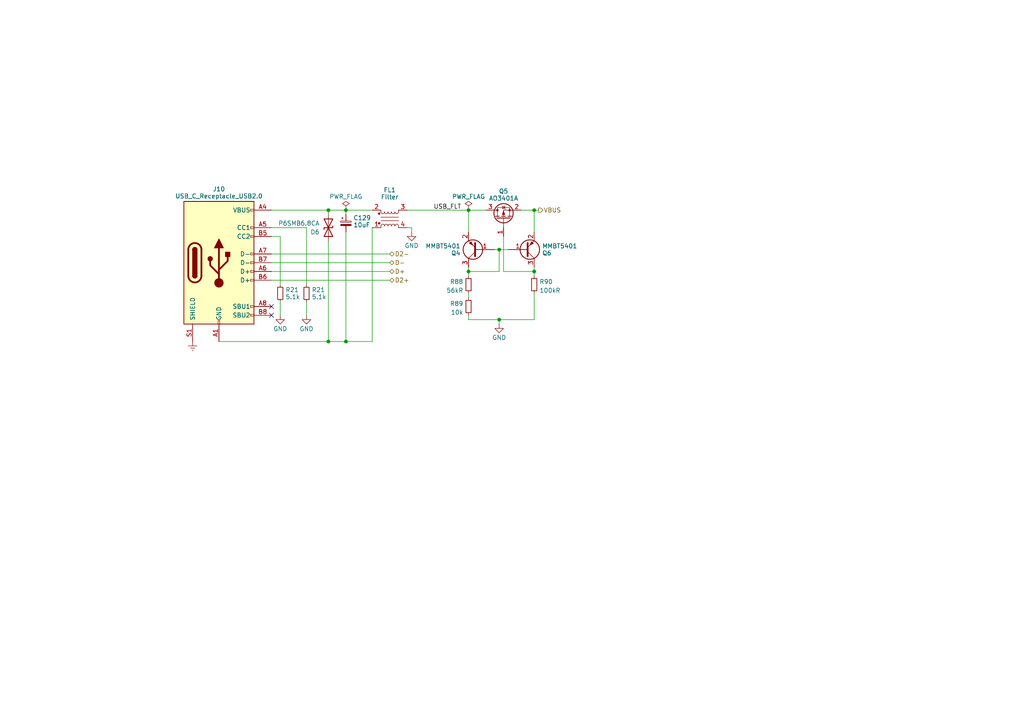
<source format=kicad_sch>
(kicad_sch (version 20230121) (generator eeschema)
  (paper "A4")
  (lib_symbols
    (symbol "Connector:USB_C_Receptacle_USB2.0" (pin_names (offset 1.016))
      (property "Reference" "J" (at -10.16 19.05 0))
      (property "Value" "USB_C_Receptacle_USB2.0" (at 19.05 19.05 0))
      (symbol "USB_C_Receptacle_USB2.0_0_0"
        (rectangle (start -0.254 -17.78) (end 0.254 -16.764))
        (rectangle (start 10.16 -14.986) (end 9.144 -15.494))
        (rectangle (start 10.16 -12.446) (end 9.144 -12.954))
        (rectangle (start 10.16 -4.826) (end 9.144 -5.334))
        (rectangle (start 10.16 -2.286) (end 9.144 -2.794))
        (rectangle (start 10.16 0.254) (end 9.144 -0.254))
        (rectangle (start 10.16 2.794) (end 9.144 2.286))
        (rectangle (start 10.16 7.874) (end 9.144 7.366))
        (rectangle (start 10.16 10.414) (end 9.144 9.906))
        (rectangle (start 10.16 15.494) (end 9.144 14.986))
      )
      (symbol "USB_C_Receptacle_USB2.0_0_1"
        (rectangle (start -10.16 17.78) (end 10.16 -17.78) (stroke (width 0.254)) (fill (type background)))
        (arc (start -8.89 -3.81) (mid -6.985 -5.7067) (end -5.08 -3.81) (stroke (width 0.508)))
        (arc (start -7.62 -3.81) (mid -6.985 -4.4423) (end -6.35 -3.81) (stroke (width 0.254)))
        (arc (start -7.62 -3.81) (mid -6.985 -4.4423) (end -6.35 -3.81) (stroke (width 0.254)) (fill (type outline)))
        (rectangle (start -7.62 -3.81) (end -6.35 3.81) (stroke (width 0.254)) (fill (type outline)))
        (arc (start -6.35 3.81) (mid -6.985 4.4423) (end -7.62 3.81) (stroke (width 0.254)))
        (arc (start -6.35 3.81) (mid -6.985 4.4423) (end -7.62 3.81) (stroke (width 0.254)) (fill (type outline)))
        (arc (start -5.08 3.81) (mid -6.985 5.7067) (end -8.89 3.81) (stroke (width 0.508)))
        (circle (center -2.54 1.143) (radius 0.635) (stroke (width 0.254)) (fill (type outline)))
        (circle (center 0 -5.842) (radius 1.27) (fill (type outline)))
        (polyline (pts (xy -8.89 -3.81) (xy -8.89 3.81)) (stroke (width 0.508)))
        (polyline (pts (xy -5.08 3.81) (xy -5.08 -3.81)) (stroke (width 0.508)))
        (polyline (pts (xy 0 -5.842) (xy 0 4.318)) (stroke (width 0.508)))
        (polyline (pts (xy 0 -3.302) (xy -2.54 -0.762) (xy -2.54 0.508)) (stroke (width 0.508)))
        (polyline (pts (xy 0 -2.032) (xy 2.54 0.508) (xy 2.54 1.778)) (stroke (width 0.508)))
        (polyline (pts (xy -1.27 4.318) (xy 0 6.858) (xy 1.27 4.318) (xy -1.27 4.318)) (stroke (width 0.254)) (fill (type outline)))
        (rectangle (start 1.905 1.778) (end 3.175 3.048) (stroke (width 0.254)) (fill (type outline)))
      )
      (symbol "USB_C_Receptacle_USB2.0_1_1"
        (pin passive line (at 0 -22.86 90) (length 5.08) (name "GND") (number "A1"))
        (pin passive line (at 0 -22.86 90) (length 5.08) hide (name "GND") (number "A12"))
        (pin passive line (at 15.24 15.24 180) (length 5.08) (name "VBUS") (number "A4"))
        (pin bidirectional line (at 15.24 10.16 180) (length 5.08) (name "CC1") (number "A5"))
        (pin bidirectional line (at 15.24 -2.54 180) (length 5.08) (name "D+") (number "A6"))
        (pin bidirectional line (at 15.24 2.54 180) (length 5.08) (name "D-") (number "A7"))
        (pin bidirectional line (at 15.24 -12.7 180) (length 5.08) (name "SBU1") (number "A8"))
        (pin passive line (at 15.24 15.24 180) (length 5.08) hide (name "VBUS") (number "A9"))
        (pin passive line (at 0 -22.86 90) (length 5.08) hide (name "GND") (number "B1"))
        (pin passive line (at 0 -22.86 90) (length 5.08) hide (name "GND") (number "B12"))
        (pin passive line (at 15.24 15.24 180) (length 5.08) hide (name "VBUS") (number "B4"))
        (pin bidirectional line (at 15.24 7.62 180) (length 5.08) (name "CC2") (number "B5"))
        (pin bidirectional line (at 15.24 -5.08 180) (length 5.08) (name "D+") (number "B6"))
        (pin bidirectional line (at 15.24 0 180) (length 5.08) (name "D-") (number "B7"))
        (pin bidirectional line (at 15.24 -15.24 180) (length 5.08) (name "SBU2") (number "B8"))
        (pin passive line (at 15.24 15.24 180) (length 5.08) hide (name "VBUS") (number "B9"))
        (pin passive line (at -7.62 -22.86 90) (length 5.08) (name "SHIELD") (number "S1"))
      )
    )
    (symbol "Device:C_Polarized_Small" (pin_numbers hide) (pin_names (offset 0.254) hide)
      (property "Reference" "C" (at 0.254 1.778 0))
      (property "Value" "C_Polarized_Small" (at 0.254 -2.032 0))
      (symbol "C_Polarized_Small_0_1"
        (rectangle (start -1.524 -0.3048) (end 1.524 -0.6858) (fill (type outline)))
        (rectangle (start -1.524 0.6858) (end 1.524 0.3048))
        (polyline (pts (xy -1.27 1.524) (xy -0.762 1.524)))
        (polyline (pts (xy -1.016 1.27) (xy -1.016 1.778)))
      )
      (symbol "C_Polarized_Small_1_1"
        (pin passive line (at 0 2.54 270) (length 1.8542) (name "~") (number "1"))
        (pin passive line (at 0 -2.54 90) (length 1.8542) (name "~") (number "2"))
      )
    )
    (symbol "Device:D_TVS" (pin_numbers hide) (pin_names (offset 1.016) hide)
      (property "Reference" "D" (at 0 2.54 0))
      (property "Value" "D_TVS" (at 0 -2.54 0))
      (symbol "D_TVS_0_1"
        (polyline (pts (xy 1.27 0) (xy -1.27 0)))
        (polyline (pts (xy 0.508 1.27) (xy 0 1.27) (xy 0 -1.27) (xy -0.508 -1.27)) (stroke (width 0.254)))
        (polyline (pts (xy -2.54 1.27) (xy -2.54 -1.27) (xy 2.54 1.27) (xy 2.54 -1.27) (xy -2.54 1.27)) (stroke (width 0.254)))
      )
      (symbol "D_TVS_1_1"
        (pin passive line (at -3.81 0 0) (length 2.54) (name "A1") (number "1"))
        (pin passive line (at 3.81 0 180) (length 2.54) (name "A2") (number "2"))
      )
    )
    (symbol "Device:Filter_EMI_LL_1423" (pin_names hide)
      (property "Reference" "FL" (at 0 4.445 0))
      (property "Value" "Filter_EMI_LL_1423" (at 0 -4.445 0))
      (symbol "Filter_EMI_LL_1423_0_1"
        (circle (center -3.048 -1.27) (radius 0.254) (fill (type outline)))
        (circle (center -3.048 1.524) (radius 0.254) (fill (type outline)))
        (arc (start -2.54 2.032) (mid -2.032 1.5262) (end -1.524 2.032))
        (arc (start -1.524 -2.032) (mid -2.032 -1.5262) (end -2.54 -2.032))
        (arc (start -1.524 2.032) (mid -1.016 1.5262) (end -0.508 2.032))
        (arc (start -0.508 -2.032) (mid -1.016 -1.5262) (end -1.524 -2.032))
        (arc (start -0.508 2.032) (mid 0 1.5262) (end 0.508 2.032))
        (polyline (pts (xy -2.54 -2.032) (xy -2.54 -2.54)))
        (polyline (pts (xy -2.54 0.508) (xy 2.54 0.508)))
        (polyline (pts (xy -2.54 2.032) (xy -2.54 2.54)))
        (polyline (pts (xy 2.54 -2.032) (xy 2.54 -2.54)))
        (polyline (pts (xy 2.54 -0.508) (xy -2.54 -0.508)))
        (polyline (pts (xy 2.54 2.54) (xy 2.54 2.032)))
        (arc (start 0.508 -2.032) (mid 0 -1.5262) (end -0.508 -2.032))
        (arc (start 0.508 2.032) (mid 1.016 1.5262) (end 1.524 2.032))
        (arc (start 1.524 -2.032) (mid 1.016 -1.5262) (end 0.508 -2.032))
        (arc (start 1.524 2.032) (mid 2.032 1.5262) (end 2.54 2.032))
        (arc (start 2.54 -2.032) (mid 2.032 -1.5262) (end 1.524 -2.032))
      )
      (symbol "Filter_EMI_LL_1423_1_1"
        (pin passive line (at -5.08 -2.54 0) (length 2.54) (name "1") (number "1"))
        (pin passive line (at -5.08 2.54 0) (length 2.54) (name "2") (number "2"))
        (pin passive line (at 5.08 2.54 180) (length 2.54) (name "3") (number "3"))
        (pin passive line (at 5.08 -2.54 180) (length 2.54) (name "4") (number "4"))
      )
    )
    (symbol "Device:R_Small" (pin_numbers hide) (pin_names (offset 0.254) hide)
      (property "Reference" "R" (at 0.762 0.508 0))
      (property "Value" "R_Small" (at 0.762 -1.016 0))
      (symbol "R_Small_0_1"
        (rectangle (start -0.762 1.778) (end 0.762 -1.778) (stroke (width 0.2032)))
      )
      (symbol "R_Small_1_1"
        (pin passive line (at 0 2.54 270) (length 0.762) (name "~") (number "1"))
        (pin passive line (at 0 -2.54 90) (length 0.762) (name "~") (number "2"))
      )
    )
    (symbol "GND_1" (power) (pin_names (offset 0))
      (property "Value" "GND_1" (at 0 -3.81 0))
      (symbol "GND_1_0_1"
        (polyline (pts (xy 0 0) (xy 0 -1.27) (xy 1.27 -1.27) (xy 0 -2.54) (xy -1.27 -1.27) (xy 0 -1.27)))
      )
      (symbol "GND_1_1_1"
        (pin power_in line (at 0 0 270) (length 0) hide (name "GND") (number "1"))
      )
    )
    (symbol "Transistor_BJT:MMBT3906" (pin_names (offset 0) hide)
      (property "Reference" "Q" (at 5.08 1.905 0))
      (property "Value" "MMBT3906" (at 5.08 0 0))
      (symbol "MMBT3906_0_1"
        (polyline (pts (xy 0.635 0.635) (xy 2.54 2.54)))
        (polyline (pts (xy 0.635 -0.635) (xy 2.54 -2.54) (xy 2.54 -2.54)))
        (polyline (pts (xy 0.635 1.905) (xy 0.635 -1.905) (xy 0.635 -1.905)) (stroke (width 0.508)))
        (polyline (pts (xy 2.286 -1.778) (xy 1.778 -2.286) (xy 1.27 -1.27) (xy 2.286 -1.778) (xy 2.286 -1.778)) (fill (type outline)))
        (circle (center 1.27 0) (radius 2.8194) (stroke (width 0.254)))
      )
      (symbol "MMBT3906_1_1"
        (pin input line (at -5.08 0 0) (length 5.715) (name "B") (number "1"))
        (pin passive line (at 2.54 -5.08 90) (length 2.54) (name "E") (number "2"))
        (pin passive line (at 2.54 5.08 270) (length 2.54) (name "C") (number "3"))
      )
    )
    (symbol "Transistor_FET:AO3401A" (pin_names hide)
      (property "Reference" "Q" (at 5.08 1.905 0))
      (property "Value" "AO3401A" (at 5.08 0 0))
      (symbol "AO3401A_0_1"
        (polyline (pts (xy 0.254 0) (xy -2.54 0)))
        (polyline (pts (xy 0.254 1.905) (xy 0.254 -1.905)) (stroke (width 0.254)))
        (polyline (pts (xy 0.762 -1.27) (xy 0.762 -2.286)) (stroke (width 0.254)))
        (polyline (pts (xy 0.762 0.508) (xy 0.762 -0.508)) (stroke (width 0.254)))
        (polyline (pts (xy 0.762 2.286) (xy 0.762 1.27)) (stroke (width 0.254)))
        (polyline (pts (xy 2.54 2.54) (xy 2.54 1.778)))
        (polyline (pts (xy 2.54 -2.54) (xy 2.54 0) (xy 0.762 0)))
        (polyline (pts (xy 0.762 1.778) (xy 3.302 1.778) (xy 3.302 -1.778) (xy 0.762 -1.778)))
        (polyline (pts (xy 2.286 0) (xy 1.27 0.381) (xy 1.27 -0.381) (xy 2.286 0)) (fill (type outline)))
        (polyline (pts (xy 2.794 -0.508) (xy 2.921 -0.381) (xy 3.683 -0.381) (xy 3.81 -0.254)))
        (polyline (pts (xy 3.302 -0.381) (xy 2.921 0.254) (xy 3.683 0.254) (xy 3.302 -0.381)))
        (circle (center 1.651 0) (radius 2.794) (stroke (width 0.254)))
        (circle (center 2.54 -1.778) (radius 0.254) (fill (type outline)))
        (circle (center 2.54 1.778) (radius 0.254) (fill (type outline)))
      )
      (symbol "AO3401A_1_1"
        (pin input line (at -5.08 0 0) (length 2.54) (name "G") (number "1"))
        (pin passive line (at 2.54 -5.08 90) (length 2.54) (name "S") (number "2"))
        (pin passive line (at 2.54 5.08 270) (length 2.54) (name "D") (number "3"))
      )
    )
    (symbol "power:Earth" (power) (pin_names (offset 0))
      (symbol "Earth_0_1"
        (polyline (pts (xy -0.635 -1.905) (xy 0.635 -1.905)))
        (polyline (pts (xy -0.127 -2.54) (xy 0.127 -2.54)))
        (polyline (pts (xy 0 -1.27) (xy 0 0)))
        (polyline (pts (xy 1.27 -1.27) (xy -1.27 -1.27)))
      )
      (symbol "Earth_1_1"
        (pin power_in line (at 0 0 270) (length 0) hide (name "Earth") (number "1"))
      )
    )
    (symbol "power:GND" (power) (pin_names (offset 0))
      (property "Value" "GND" (at 0 -3.81 0))
      (symbol "GND_0_1"
        (polyline (pts (xy 0 0) (xy 0 -1.27) (xy 1.27 -1.27) (xy 0 -2.54) (xy -1.27 -1.27) (xy 0 -1.27)))
      )
      (symbol "GND_1_1"
        (pin power_in line (at 0 0 270) (length 0) hide (name "GND") (number "1"))
      )
    )
    (symbol "power:PWR_FLAG" (power) (pin_numbers hide) (pin_names (offset 0) hide)
      (property "Value" "PWR_FLAG" (at 0 3.81 0))
      (symbol "PWR_FLAG_0_0"
        (pin power_out line (at 0 0 90) (length 0) (name "pwr") (number "1"))
      )
      (symbol "PWR_FLAG_0_1"
        (polyline (pts (xy 0 0) (xy 0 1.27) (xy -1.016 1.905) (xy 0 2.54) (xy 1.016 1.905) (xy 0 1.27)))
      )
    )
  )
  (junction (at 100.33 99.06))
  (junction (at 154.94 78.74))
  (junction (at 144.78 72.39))
  (junction (at 154.94 60.96))
  (junction (at 95.25 99.06))
  (junction (at 135.89 78.74))
  (junction (at 135.89 60.96))
  (junction (at 95.25 60.96))
  (junction (at 100.33 60.96))
  (junction (at 144.78 92.71))
  (no_connect (at 78.74 88.9))
  (no_connect (at 78.74 91.44))
  (wire (pts (xy 88.9 66.04) (xy 78.74 66.04)))
  (wire (pts (xy 154.94 77.47) (xy 154.94 78.74)))
  (wire (pts (xy 88.9 87.63) (xy 88.9 91.44)))
  (wire (pts (xy 146.05 68.58) (xy 146.05 78.74)))
  (wire (pts (xy 135.89 60.96) (xy 135.89 67.31)))
  (wire (pts (xy 95.25 99.06) (xy 100.33 99.06)))
  (wire (pts (xy 154.94 92.71) (xy 154.94 85.09)))
  (wire (pts (xy 140.97 60.96) (xy 135.89 60.96)))
  (wire (pts (xy 95.25 60.96) (xy 95.25 62.23)))
  (wire (pts (xy 78.74 78.74) (xy 113.03 78.74)))
  (wire (pts (xy 78.74 73.66) (xy 113.03 73.66)))
  (wire (pts (xy 95.25 69.85) (xy 95.25 99.06)))
  (wire (pts (xy 135.89 78.74) (xy 135.89 80.01)))
  (wire (pts (xy 81.28 68.58) (xy 78.74 68.58)))
  (wire (pts (xy 144.78 92.71) (xy 154.94 92.71)))
  (wire (pts (xy 78.74 76.2) (xy 113.03 76.2)))
  (wire (pts (xy 107.95 66.04) (xy 107.95 99.06)))
  (wire (pts (xy 144.78 72.39) (xy 144.78 78.74)))
  (wire (pts (xy 135.89 85.09) (xy 135.89 86.36)))
  (wire (pts (xy 143.51 72.39) (xy 144.78 72.39)))
  (wire (pts (xy 144.78 92.71) (xy 135.89 92.71)))
  (wire (pts (xy 81.28 87.63) (xy 81.28 91.44)))
  (wire (pts (xy 119.38 67.31) (xy 119.38 66.04)))
  (wire (pts (xy 156.21 60.96) (xy 154.94 60.96)))
  (wire (pts (xy 78.74 81.28) (xy 113.03 81.28)))
  (wire (pts (xy 144.78 93.98) (xy 144.78 92.71)))
  (wire (pts (xy 118.11 60.96) (xy 135.89 60.96)))
  (wire (pts (xy 146.05 78.74) (xy 154.94 78.74)))
  (wire (pts (xy 95.25 60.96) (xy 100.33 60.96)))
  (wire (pts (xy 100.33 60.96) (xy 107.95 60.96)))
  (wire (pts (xy 63.5 99.06) (xy 95.25 99.06)))
  (wire (pts (xy 135.89 78.74) (xy 135.89 77.47)))
  (wire (pts (xy 100.33 67.31) (xy 100.33 99.06)))
  (wire (pts (xy 100.33 60.96) (xy 100.33 62.23)))
  (wire (pts (xy 78.74 60.96) (xy 95.25 60.96)))
  (wire (pts (xy 81.28 82.55) (xy 81.28 68.58)))
  (wire (pts (xy 135.89 92.71) (xy 135.89 91.44)))
  (wire (pts (xy 154.94 78.74) (xy 154.94 80.01)))
  (wire (pts (xy 100.33 99.06) (xy 107.95 99.06)))
  (wire (pts (xy 144.78 78.74) (xy 135.89 78.74)))
  (wire (pts (xy 144.78 72.39) (xy 147.32 72.39)))
  (wire (pts (xy 119.38 66.04) (xy 118.11 66.04)))
  (wire (pts (xy 151.13 60.96) (xy 154.94 60.96)))
  (wire (pts (xy 88.9 82.55) (xy 88.9 66.04)))
  (wire (pts (xy 154.94 60.96) (xy 154.94 67.31)))
  (label "USB_FLT" (at 125.73 60.96 0))
  (hierarchical_label "D-" (shape bidirectional) (at 113.03 76.2 0))
  (hierarchical_label "VBUS" (shape output) (at 156.21 60.96 0))
  (hierarchical_label "D2-" (shape bidirectional) (at 113.03 73.66 0))
  (hierarchical_label "D2+" (shape bidirectional) (at 113.03 81.28 0))
  (hierarchical_label "D+" (shape bidirectional) (at 113.03 78.74 0))
  (symbol (lib_id "power:GND") (at 88.9 91.44 0) (unit 1)
    (property "Reference" "#PWR0138" (effects hide))
    (property "Value" "GND" (at 88.9 95.385 0))
    (instances (project "OpenHomeSwitch" (path "" (reference "#PWR0138") (unit 1)) (path "" (reference "#PWR0143") (unit 1))))
  )
  (symbol (lib_id "power:GND") (at 81.28 91.44 0) (unit 1)
    (property "Reference" "#PWR0137" (effects hide))
    (property "Value" "GND" (at 81.28 95.385 0))
    (instances (project "OpenHomeSwitch" (path "" (reference "#PWR0137") (unit 1)) (path "" (reference "#PWR0142") (unit 1))))
  )
  (symbol (lib_id "Connector:USB_C_Receptacle_USB2.0") (at 63.5 76.2 0) (unit 1)
    (property "Reference" "J10" (at 63.5 54.84 0))
    (property "Value" "USB_C_Receptacle_USB2.0" (at 63.5 56.888 0))
    (property "Footprint" "Connector_USB:USB_C_Receptacle_Palconn_UTC16-G" (effects hide))
    (property "Datasheet" "https://www.usb.org/sites/default/files/documents/usb_type-c.zip" (effects hide))
    (property "LCSC" "C167321" (effects hide))
    (instances (project "OpenHomeSwitch" (path "" (reference "J10") (unit 1)) (path "" (reference "J11") (unit 1))))
  )
  (symbol (lib_id "power:PWR_FLAG") (at 135.89 60.96 0) (unit 1)
    (property "Reference" "#FLG01" (effects hide))
    (property "Value" "PWR_FLAG" (at 135.89 57.015 0))
    (instances (project "OpenHomeSwitch" (path "" (reference "#FLG01") (unit 1)) (path "" (reference "#FLG04") (unit 1)) (path "" (reference "#FLG07") (unit 1)) (path "" (reference "#FLG08") (unit 1))))
  )
  (symbol (lib_id "power:GND") (at 119.38 67.31 0) (unit 1)
    (property "Reference" "#PWR0139" (effects hide))
    (property "Value" "GND" (at 119.38 71.255 0))
    (instances (project "OpenHomeSwitch" (path "" (reference "#PWR0139") (unit 1)) (path "" (reference "#PWR0144") (unit 1))))
  )
  (symbol (lib_id "power:PWR_FLAG") (at 100.33 60.96 0) (unit 1)
    (property "Reference" "#FLG01" (effects hide))
    (property "Value" "PWR_FLAG" (at 100.33 57.015 0))
    (instances (project "OpenHomeSwitch" (path "" (reference "#FLG01") (unit 1)) (path "" (reference "#FLG04") (unit 1)) (path "" (reference "#FLG05") (unit 1)) (path "" (reference "#FLG06") (unit 1))))
  )
  (symbol (lib_id "Device:R_Small") (at 81.28 85.09 0) (unit 1)
    (property "Reference" "R21" (at 82.7786 84.066 0) (effects (justify left)))
    (property "Value" "5.1k" (at 82.7786 86.114 0) (effects (justify left)))
    (property "Footprint" "Resistor_SMD:R_0402_1005Metric" (effects hide))
    (property "LCSC" "C25905" (effects hide))
    (instances (project "OpenHomeSwitch" (path "" (reference "R21") (unit 1)) (path "" (reference "R26") (unit 1)) (path "" (reference "R58") (unit 1)) (path "" (reference "R78") (unit 1)) (path "" (reference "R82") (unit 1)) (path "" (reference "R86") (unit 1))))
  )
  (symbol (lib_id "Device:R_Small") (at 135.89 88.9 0) (mirror y) (unit 1)
    (property "Reference" "R89" (at 134.3914 88.0653 0) (effects (justify left)))
    (property "Value" "10k" (at 134.3914 90.6022 0) (effects (justify left)))
    (property "Footprint" "Resistor_SMD:R_0402_1005Metric" (effects hide))
    (property "LCSC" "C25744" (effects hide))
    (instances (project "OpenHomeSwitch" (path "" (reference "R89") (unit 1)) (path "" (reference "R92") (unit 1))) (project "dc-usv" (path "" (reference "R62") (unit 1)) (path "" (reference "R93") (unit 1))))
  )
  (symbol (lib_id "Device:R_Small") (at 154.94 82.55 0) (mirror y) (unit 1)
    (property "Reference" "R90" (at 156.4386 81.7153 0) (effects (justify right)))
    (property "Value" "100kR" (at 156.4386 84.2522 0) (effects (justify right)))
    (property "Footprint" "Resistor_SMD:R_0402_1005Metric" (effects hide))
    (property "LCSC" "C25741" (effects hide))
    (instances (project "OpenHomeSwitch" (path "" (reference "R90") (unit 1)) (path "" (reference "R93") (unit 1))) (project "dc-usv" (path "" (reference "R26") (unit 1))))
  )
  (symbol (lib_id "Device:R_Small") (at 88.9 85.09 0) (unit 1)
    (property "Reference" "R21" (at 90.3986 84.066 0) (effects (justify left)))
    (property "Value" "5.1k" (at 90.3986 86.114 0) (effects (justify left)))
    (property "Footprint" "Resistor_SMD:R_0402_1005Metric" (effects hide))
    (property "LCSC" "C25905" (effects hide))
    (instances (project "OpenHomeSwitch" (path "" (reference "R21") (unit 1)) (path "" (reference "R26") (unit 1)) (path "" (reference "R58") (unit 1)) (path "" (reference "R78") (unit 1)) (path "" (reference "R83") (unit 1)) (path "" (reference "R87") (unit 1))))
  )
  (symbol (lib_id "power:Earth") (at 55.88 99.06 0) (unit 1)
    (property "Reference" "#PWR063" (effects hide))
    (property "Value" "Earth" (effects hide))
    (instances (project "OpenHomeSwitch" (path "" (reference "#PWR063") (unit 1)) (path "" (reference "#PWR048") (unit 1))))
  )
  (symbol (lib_id "Transistor_BJT:MMBT3906") (at 138.43 72.39 180) (unit 1)
    (property "Reference" "Q4" (at 133.5786 73.414 0) (effects (justify left)))
    (property "Value" "MMBT5401" (at 133.5786 71.366 0) (effects (justify left)))
    (property "Footprint" "Package_TO_SOT_SMD:SOT-23" (effects hide))
    (property "Datasheet" "https://www.onsemi.com/pub/Collateral/2N3906-D.PDF" (effects hide))
    (property "LCSC" "C8326" (effects hide))
    (instances (project "OpenHomeSwitch" (path "" (reference "Q4") (unit 1)) (path "" (reference "Q7") (unit 1))) (project "dc-usv" (path "" (reference "Q9") (unit 1))))
  )
  (symbol (lib_id "Transistor_BJT:MMBT3906") (at 152.4 72.39 0) (mirror x) (unit 1)
    (property "Reference" "Q6" (at 157.2514 73.414 0) (effects (justify left)))
    (property "Value" "MMBT5401" (at 157.2514 71.366 0) (effects (justify left)))
    (property "Footprint" "Package_TO_SOT_SMD:SOT-23" (effects hide))
    (property "Datasheet" "https://www.onsemi.com/pub/Collateral/2N3906-D.PDF" (effects hide))
    (property "LCSC" "C8326" (effects hide))
    (instances (project "OpenHomeSwitch" (path "" (reference "Q6") (unit 1)) (path "" (reference "Q9") (unit 1))) (project "dc-usv" (path "" (reference "Q24") (unit 1))))
  )
  (symbol (lib_id "Device:C_Polarized_Small") (at 100.33 64.77 0) (unit 1)
    (property "Reference" "C129" (at 102.489 63.1999 0) (effects (justify left)))
    (property "Value" "10uF" (at 102.489 65.2479 0) (effects (justify left)))
    (property "Footprint" "Capacitor_Tantalum_SMD:CP_EIA-3216-18_Kemet-A" (effects hide))
    (property "LCSC" "C7171" (effects hide))
    (instances (project "OpenHomeSwitch" (path "" (reference "C129") (unit 1)) (path "" (reference "C128") (unit 1))))
  )
  (symbol (lib_name "GND_1") (lib_id "power:GND") (at 144.78 93.98 0) (unit 1)
    (property "Reference" "#PWR0149" (effects hide))
    (property "Value" "GND" (at 144.78 97.925 0))
    (instances (project "OpenHomeSwitch" (path "" (reference "#PWR0149") (unit 1)) (path "" (reference "#PWR0150") (unit 1))) (project "dc-usv" (path "" (reference "#PWR01") (unit 1))))
  )
  (symbol (lib_id "Device:D_TVS") (at 95.25 66.04 270) (mirror x) (unit 1)
    (property "Reference" "D6" (at 92.71 67.31 90) (effects (justify right)))
    (property "Value" "P6SMB6.8CA" (at 92.71 64.77 90) (effects (justify right)))
    (property "Footprint" "Diode_SMD:D_SMB" (effects hide))
    (property "LCSC" "C78395" (effects hide))
    (instances (project "OpenHomeSwitch" (path "" (reference "D6") (unit 1)) (path "" (reference "D5") (unit 1))))
  )
  (symbol (lib_id "Transistor_FET:AO3401A") (at 146.05 63.5 90) (unit 1)
    (property "Reference" "Q5" (at 146.05 55.475 90))
    (property "Value" "AO3401A" (at 146.05 57.523 90))
    (property "Footprint" "Package_TO_SOT_SMD:SOT-23" (effects hide))
    (property "Datasheet" "http://www.aosmd.com/pdfs/datasheet/AO3401A.pdf" (effects hide))
    (property "LCSC" "C15127" (effects hide))
    (instances (project "OpenHomeSwitch" (path "" (reference "Q5") (unit 1)) (path "" (reference "Q8") (unit 1))))
  )
  (symbol (lib_id "Device:Filter_EMI_LL_1423") (at 113.03 63.5 0) (unit 1)
    (property "Reference" "FL1" (at 113.03 55.102 0))
    (property "Value" "Filter" (at 113.03 57.15 0))
    (property "Footprint" "EMI_Filter_Linekey:SCM7060-132T" (effects hide))
    (property "LCSC" "C2941502" (effects hide))
    (instances (project "OpenHomeSwitch" (path "" (reference "FL1") (unit 1)) (path "" (reference "FL2") (unit 1))))
  )
  (symbol (lib_id "Device:R_Small") (at 135.89 82.55 0) (mirror x) (unit 1)
    (property "Reference" "R88" (at 134.3915 81.7153 0) (effects (justify right)))
    (property "Value" "56kR" (at 134.3915 84.2522 0) (effects (justify right)))
    (property "Footprint" "Resistor_SMD:R_0402_1005Metric" (effects hide))
    (property "LCSC" "C25796" (effects hide))
    (instances (project "OpenHomeSwitch" (path "" (reference "R88") (unit 1)) (path "" (reference "R91") (unit 1))) (project "dc-usv" (path "" (reference "R92") (unit 1))))
  )
)
</source>
